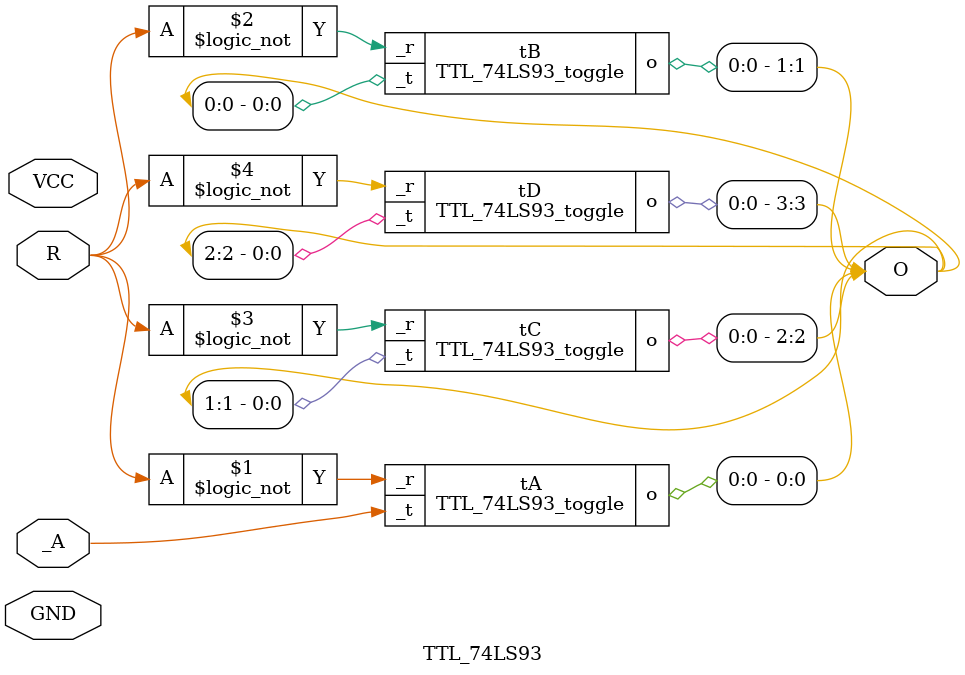
<source format=v>
/*
 * Copyright (C) 2010, Jason S. McMullan. All rights reserved.
 * Author: Jason S. McMullan <jason.mcmullan@gmail.com>
 *
 * This program is free software; you can redistribute it and/or
 * modify it under the terms of the GNU General Public License
 * as published by the Free Software Foundation; either version 2
 * of the License, or (at your option) any later version.
 *
 * This program is distributed in the hope that it will be useful,
 * but WITHOUT ANY WARRANTY; without even the implied warranty of
 * MERCHANTABILITY or FITNESS FOR A PARTICULAR PURPOSE.  See the
 * GNU General Public License for more details.
 *
 * You should have received a copy of the GNU General Public License
 * along with this program; if not, write to the Free Software
 * Foundation, Inc., 51 Franklin Street, Fifth Floor,
 * Boston, MA 02110-1301, USA.
 *
 */

module TTL_74LS93_toggle (
	input	_t,
	input	_r,
	output	o
);

reg o;

always @(negedge _r or negedge _t)
	if (_r == 0)
		o <= 1'b0;
	else if (_t == 0) begin
		if (o == 1'b0)
			o <= 1'b1;
		else
			o <= 1'b0;
	end

endmodule

module TTL_74LS93 (
	input	_A,
	input	R,
	output	[3:0] O,

	input	VCC,
	input	GND
);

TTL_74LS93_toggle tA(._t(_A),._r(!R),.o(O[0]));
TTL_74LS93_toggle tB(._t(O[0]),._r(!R),.o(O[1]));
TTL_74LS93_toggle tC(._t(O[1]),._r(!R),.o(O[2]));
TTL_74LS93_toggle tD(._t(O[2]),._r(!R),.o(O[3]));

endmodule

</source>
